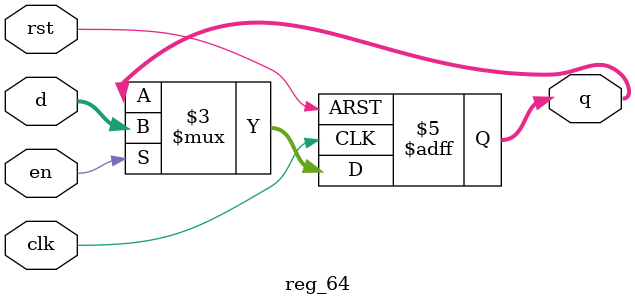
<source format=v>
module reg_64(q, d, en, rst, clk);
	output reg [63:0] q;
	input [63:0] d;
	input en, rst, clk;
	
	always @(posedge clk or posedge rst) begin
		if(rst) q <= 0;
		else if(en) q <= d;
		else q <= q;
	end
endmodule
	
</source>
